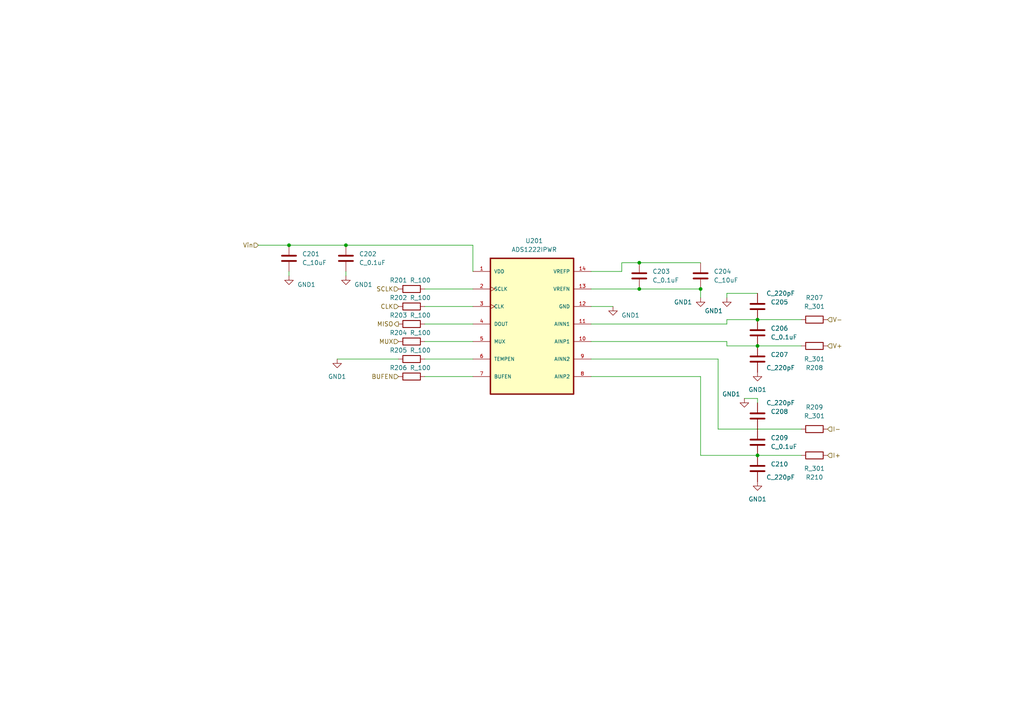
<source format=kicad_sch>
(kicad_sch (version 20211123) (generator eeschema)
  (paper "A4")
  (lib_symbols
    (symbol "ADS1222IPWR:ADS1222IPWR" (pin_names (offset 1.016))
      (property "Reference" "U?" (at 0 27.94 0))
      (property "Value" "ADS1222IPWR" (at 0 25.4 0))
      (symbol "ADS1222IPWR_0_0"
        (rectangle (start -12.7 22.86) (end 11.43 -16.51) (stroke (width 0.41)) (fill (type background)))
        (pin power_in line (at -17.78 19.05 0) (length 5.08) (name "VDD") (number "1"))
        (pin input line (at 16.51 -1.27 180) (length 5.08) (name "AINP1") (number "10"))
        (pin input line (at 16.51 3.81 180) (length 5.08) (name "AINN1") (number "11"))
        (pin power_in line (at 16.51 8.89 180) (length 5.08) (name "GND") (number "12"))
        (pin input line (at 16.51 13.97 180) (length 5.08) (name "VREFN") (number "13"))
        (pin input line (at 16.51 19.05 180) (length 5.08) (name "VREFP") (number "14"))
        (pin input clock (at -17.78 13.97 0) (length 5.08) (name "SCLK") (number "2"))
        (pin input clock (at -17.78 8.89 0) (length 5.08) (name "CLK") (number "3"))
        (pin output line (at -17.78 3.81 0) (length 5.08) (name "DOUT") (number "4"))
        (pin input line (at -17.78 -1.27 0) (length 5.08) (name "MUX") (number "5"))
        (pin input line (at -17.78 -6.35 0) (length 5.08) (name "TEMPEN") (number "6"))
        (pin bidirectional line (at -17.78 -11.43 0) (length 5.08) (name "BUFEN") (number "7"))
        (pin input line (at 16.51 -11.43 180) (length 5.08) (name "AINP2") (number "8"))
        (pin input line (at 16.51 -6.35 180) (length 5.08) (name "AINN2") (number "9"))
      )
    )
    (symbol "Device:R" (pin_numbers hide) (pin_names (offset 0))
      (property "Reference" "R" (at 2.032 0 90))
      (property "Value" "R" (at 0 0 90))
      (symbol "R_0_1"
        (rectangle (start -1.016 -2.54) (end 1.016 2.54) (stroke (width 0.254)))
      )
      (symbol "R_1_1"
        (pin passive line (at 0 3.81 270) (length 1.27) (name "~") (number "1"))
        (pin passive line (at 0 -3.81 90) (length 1.27) (name "~") (number "2"))
      )
    )
    (symbol "formula:C_0.1uF" (pin_numbers hide) (pin_names (offset 0.254))
      (property "Reference" "C" (at 0.635 2.54 0))
      (property "Value" "C_0.1uF" (at 0.635 -2.54 0))
      (symbol "C_0.1uF_0_1"
        (polyline (pts (xy -2.032 -0.762) (xy 2.032 -0.762)) (stroke (width 0.508)))
        (polyline (pts (xy -2.032 0.762) (xy 2.032 0.762)) (stroke (width 0.508)))
      )
      (symbol "C_0.1uF_1_1"
        (pin passive line (at 0 3.81 270) (length 2.794) (name "~") (number "1"))
        (pin passive line (at 0 -3.81 90) (length 2.794) (name "~") (number "2"))
      )
    )
    (symbol "formula:C_10uF" (pin_numbers hide) (pin_names (offset 0.254))
      (property "Reference" "C" (at 0.635 3.81 0))
      (property "Value" "C_10uF" (at 0.635 -1.27 0))
      (symbol "C_10uF_0_1"
        (polyline (pts (xy -2.032 0.508) (xy 2.032 0.508)) (stroke (width 0.508)))
        (polyline (pts (xy -2.032 2.032) (xy 2.032 2.032)) (stroke (width 0.508)))
      )
      (symbol "C_10uF_1_1"
        (pin passive line (at 0 5.08 270) (length 2.794) (name "~") (number "1"))
        (pin passive line (at 0 -2.54 90) (length 2.794) (name "~") (number "2"))
      )
    )
    (symbol "formula:R_100" (pin_numbers hide) (pin_names (offset 0))
      (property "Reference" "R" (at 2.032 0 90))
      (property "Value" "R_100" (at -2.54 0 90))
      (symbol "R_100_0_1"
        (rectangle (start -1.016 -2.54) (end 1.016 2.54) (stroke (width 0.254)))
      )
      (symbol "R_100_1_1"
        (pin passive line (at 0 3.81 270) (length 1.27) (name "~") (number "1"))
        (pin passive line (at 0 -3.81 90) (length 1.27) (name "~") (number "2"))
      )
    )
    (symbol "power:GND1" (power) (pin_names (offset 0))
      (property "Value" "GND1" (at 0 -3.81 0))
      (symbol "GND1_0_1"
        (polyline (pts (xy 0 0) (xy 0 -1.27) (xy 1.27 -1.27) (xy 0 -2.54) (xy -1.27 -1.27) (xy 0 -1.27)))
      )
      (symbol "GND1_1_1"
        (pin power_in line (at 0 0 270) (length 0) hide (name "GND1") (number "1"))
      )
    )
  )
  (junction (at 219.71 92.71))
  (junction (at 185.42 83.82))
  (junction (at 185.42 76.2))
  (junction (at 219.71 100.33))
  (junction (at 219.71 132.08))
  (junction (at 203.2 83.82))
  (junction (at 100.33 71.12))
  (junction (at 83.82 71.12))
  (wire (pts (xy 180.34 78.74) (xy 180.34 76.2)))
  (wire (pts (xy 203.2 83.82) (xy 203.2 86.36)))
  (wire (pts (xy 185.42 83.82) (xy 203.2 83.82)))
  (wire (pts (xy 210.82 99.06) (xy 210.82 100.33)))
  (wire (pts (xy 137.16 78.74) (xy 137.16 71.12)))
  (wire (pts (xy 137.16 71.12) (xy 100.33 71.12)))
  (wire (pts (xy 210.82 85.09) (xy 219.71 85.09)))
  (wire (pts (xy 123.19 109.22) (xy 137.16 109.22)))
  (wire (pts (xy 74.93 71.12) (xy 83.82 71.12)))
  (wire (pts (xy 185.42 76.2) (xy 203.2 76.2)))
  (wire (pts (xy 208.28 124.46) (xy 232.41 124.46)))
  (wire (pts (xy 171.45 83.82) (xy 185.42 83.82)))
  (wire (pts (xy 83.82 71.12) (xy 100.33 71.12)))
  (wire (pts (xy 180.34 76.2) (xy 185.42 76.2)))
  (wire (pts (xy 123.19 88.9) (xy 137.16 88.9)))
  (wire (pts (xy 100.33 78.74) (xy 100.33 80.01)))
  (wire (pts (xy 215.9 115.57) (xy 219.71 115.57)))
  (wire (pts (xy 123.19 93.98) (xy 137.16 93.98)))
  (wire (pts (xy 210.82 86.36) (xy 210.82 85.09)))
  (wire (pts (xy 208.28 104.14) (xy 208.28 124.46)))
  (wire (pts (xy 123.19 104.14) (xy 137.16 104.14)))
  (wire (pts (xy 203.2 109.22) (xy 203.2 132.08)))
  (wire (pts (xy 123.19 83.82) (xy 137.16 83.82)))
  (wire (pts (xy 203.2 132.08) (xy 219.71 132.08)))
  (wire (pts (xy 219.71 100.33) (xy 232.41 100.33)))
  (wire (pts (xy 171.45 109.22) (xy 203.2 109.22)))
  (wire (pts (xy 219.71 115.57) (xy 219.71 116.84)))
  (wire (pts (xy 83.82 78.74) (xy 83.82 80.01)))
  (wire (pts (xy 171.45 88.9) (xy 177.8 88.9)))
  (wire (pts (xy 171.45 93.98) (xy 210.82 93.98)))
  (wire (pts (xy 123.19 99.06) (xy 137.16 99.06)))
  (wire (pts (xy 219.71 92.71) (xy 232.41 92.71)))
  (wire (pts (xy 171.45 99.06) (xy 210.82 99.06)))
  (wire (pts (xy 171.45 78.74) (xy 180.34 78.74)))
  (wire (pts (xy 210.82 93.98) (xy 210.82 92.71)))
  (wire (pts (xy 210.82 100.33) (xy 219.71 100.33)))
  (wire (pts (xy 97.79 104.14) (xy 115.57 104.14)))
  (wire (pts (xy 171.45 104.14) (xy 208.28 104.14)))
  (wire (pts (xy 219.71 132.08) (xy 232.41 132.08)))
  (wire (pts (xy 210.82 92.71) (xy 219.71 92.71)))
  (hierarchical_label "SCLK" (shape input) (at 115.57 83.82 180))
  (hierarchical_label "MUX" (shape input) (at 115.57 99.06 180))
  (hierarchical_label "Vin" (shape input) (at 74.93 71.12 180))
  (hierarchical_label "I+" (shape input) (at 240.03 132.08 0))
  (hierarchical_label "MISO" (shape output) (at 115.57 93.98 180))
  (hierarchical_label "V+" (shape input) (at 240.03 100.33 0))
  (hierarchical_label "I-" (shape input) (at 240.03 124.46 0))
  (hierarchical_label "V-" (shape input) (at 240.03 92.71 0))
  (hierarchical_label "CLK" (shape input) (at 115.57 88.9 180))
  (hierarchical_label "BUFEN" (shape input) (at 115.57 109.22 180))
  (symbol (lib_id "formula:C_0.1uF") (at 219.71 104.14 0) (unit 1)
    (property "Reference" "C207" (at 223.52 102.8699 0) (effects (justify left)))
    (property "Value" "C_220pF" (at 222.25 106.68 0) (effects (justify left)))
    (property "Footprint" "footprints:C_0805_OEM" (effects hide))
    (property "Datasheet" "http://datasheets.avx.com/X7RDielectric.pdf" (effects hide))
    (property "MFN" "DK" (effects hide))
    (property "MPN" "478-3352-1-ND" (effects hide))
    (property "PurchasingLink" "https://www.digikey.com/products/en?keywords=478-3352-1-ND" (effects hide))
  )
  (symbol (lib_id "Device:R") (at 236.22 100.33 90) (unit 1)
    (property "Reference" "R208" (at 236.22 106.68 90))
    (property "Value" "R_301" (at 236.22 104.14 90))
  )
  (symbol (lib_id "formula:C_0.1uF") (at 219.71 88.9 0) (unit 1)
    (property "Reference" "C205" (at 223.52 87.6299 0) (effects (justify left)))
    (property "Value" "C_220pF" (at 222.25 85.09 0) (effects (justify left)))
    (property "Footprint" "footprints:C_0805_OEM" (effects hide))
    (property "Datasheet" "http://datasheets.avx.com/X7RDielectric.pdf" (effects hide))
    (property "MFN" "DK" (effects hide))
    (property "MPN" "478-3352-1-ND" (effects hide))
    (property "PurchasingLink" "https://www.digikey.com/products/en?keywords=478-3352-1-ND" (effects hide))
  )
  (symbol (lib_id "formula:C_10uF") (at 83.82 76.2 0) (unit 1)
    (property "Reference" "C201" (at 87.63 73.6599 0) (effects (justify left)))
    (property "Value" "C_10uF" (at 87.63 76.1999 0) (effects (justify left)))
    (property "Footprint" "footprints:C_0805_OEM" (effects hide))
    (property "Datasheet" "http://www.samsungsem.com/kr/support/product-search/mlcc/__icsFiles/afieldfile/2018/06/20/CL21A106KPFNNNE.pdf" (effects hide))
    (property "MFN" "DK" (effects hide))
    (property "MPN" "1276-1052-1-ND" (effects hide))
    (property "PurchasingLink" "https://www.digikey.com/product-detail/en/samsung-electro-mechanics/CL21A106KPFNNNE/1276-1052-1-ND/3889138" (effects hide))
  )
  (symbol (lib_id "power:GND1") (at 203.2 86.36 0) (unit 1)
    (property "Reference" "#PWR?" (effects hide))
    (property "Value" "GND1" (at 198.12 87.63 0))
  )
  (symbol (lib_id "power:GND1") (at 97.79 104.14 0) (unit 1)
    (property "Reference" "#PWR?" (effects hide))
    (property "Value" "GND1" (at 97.79 109.22 0))
  )
  (symbol (lib_id "formula:C_0.1uF") (at 185.42 80.01 0) (unit 1)
    (property "Reference" "C203" (at 189.23 78.7399 0) (effects (justify left)))
    (property "Value" "C_0.1uF" (at 189.23 81.2799 0) (effects (justify left)))
    (property "Footprint" "footprints:C_0805_OEM" (effects hide))
    (property "Datasheet" "http://datasheets.avx.com/X7RDielectric.pdf" (effects hide))
    (property "MFN" "DK" (effects hide))
    (property "MPN" "478-3352-1-ND" (effects hide))
    (property "PurchasingLink" "https://www.digikey.com/products/en?keywords=478-3352-1-ND" (effects hide))
  )
  (symbol (lib_id "formula:R_100") (at 119.38 83.82 90) (unit 1)
    (property "Reference" "R201" (at 115.57 81.28 90))
    (property "Value" "R_100" (at 121.92 81.28 90))
    (property "Footprint" "footprints:R_0805_OEM" (effects hide))
    (property "Datasheet" "https://www.seielect.com/Catalog/SEI-rncp.pdf" (effects hide))
    (property "MFN" "DK" (effects hide))
    (property "MPN" "RNCP0805FTD100RCT-ND" (effects hide))
    (property "PurchasingLink" "https://www.digikey.com/products/en?keywords=RNCP0805FTD100RCT-ND" (effects hide))
  )
  (symbol (lib_id "formula:C_0.1uF") (at 219.71 96.52 0) (unit 1)
    (property "Reference" "C206" (at 223.52 95.2499 0) (effects (justify left)))
    (property "Value" "C_0.1uF" (at 223.52 97.7899 0) (effects (justify left)))
    (property "Footprint" "footprints:C_0805_OEM" (effects hide))
    (property "Datasheet" "http://datasheets.avx.com/X7RDielectric.pdf" (effects hide))
    (property "MFN" "DK" (effects hide))
    (property "MPN" "478-3352-1-ND" (effects hide))
    (property "PurchasingLink" "https://www.digikey.com/products/en?keywords=478-3352-1-ND" (effects hide))
  )
  (symbol (lib_id "power:GND1") (at 177.8 88.9 0) (unit 1)
    (property "Reference" "#PWR?" (effects hide))
    (property "Value" "GND1" (at 182.88 91.44 0))
  )
  (symbol (lib_id "formula:C_0.1uF") (at 219.71 120.65 0) (unit 1)
    (property "Reference" "C208" (at 223.52 119.3799 0) (effects (justify left)))
    (property "Value" "C_220pF" (at 222.25 116.84 0) (effects (justify left)))
    (property "Footprint" "footprints:C_0805_OEM" (effects hide))
    (property "Datasheet" "http://datasheets.avx.com/X7RDielectric.pdf" (effects hide))
    (property "MFN" "DK" (effects hide))
    (property "MPN" "478-3352-1-ND" (effects hide))
    (property "PurchasingLink" "https://www.digikey.com/products/en?keywords=478-3352-1-ND" (effects hide))
  )
  (symbol (lib_id "power:GND1") (at 100.33 80.01 0) (unit 1)
    (property "Reference" "#PWR?" (effects hide))
    (property "Value" "GND1" (at 105.41 82.55 0))
  )
  (symbol (lib_id "ADS1222IPWR:ADS1222IPWR") (at 154.94 97.79 0) (unit 1)
    (property "Reference" "U201" (at 154.94 69.85 0))
    (property "Value" "ADS1222IPWR" (at 154.94 72.39 0))
    (property "Footprint" "SOP65P640X120-14N" (effects hide))
    (property "Manufacturer" "Texas Instruments" (effects hide))
    (property "Package" "SOP65P640X120-14N" (effects hide))
  )
  (symbol (lib_id "formula:C_0.1uF") (at 219.71 128.27 0) (unit 1)
    (property "Reference" "C209" (at 223.52 126.9999 0) (effects (justify left)))
    (property "Value" "C_0.1uF" (at 223.52 129.5399 0) (effects (justify left)))
    (property "Footprint" "footprints:C_0805_OEM" (effects hide))
    (property "Datasheet" "http://datasheets.avx.com/X7RDielectric.pdf" (effects hide))
    (property "MFN" "DK" (effects hide))
    (property "MPN" "478-3352-1-ND" (effects hide))
    (property "PurchasingLink" "https://www.digikey.com/products/en?keywords=478-3352-1-ND" (effects hide))
  )
  (symbol (lib_id "formula:R_100") (at 119.38 88.9 90) (unit 1)
    (property "Reference" "R202" (at 115.57 86.36 90))
    (property "Value" "R_100" (at 121.92 86.36 90))
    (property "Footprint" "footprints:R_0805_OEM" (effects hide))
    (property "Datasheet" "https://www.seielect.com/Catalog/SEI-rncp.pdf" (effects hide))
    (property "MFN" "DK" (effects hide))
    (property "MPN" "RNCP0805FTD100RCT-ND" (effects hide))
    (property "PurchasingLink" "https://www.digikey.com/products/en?keywords=RNCP0805FTD100RCT-ND" (effects hide))
  )
  (symbol (lib_id "formula:R_100") (at 119.38 93.98 90) (unit 1)
    (property "Reference" "R203" (at 115.57 91.44 90))
    (property "Value" "R_100" (at 121.92 91.44 90))
    (property "Footprint" "footprints:R_0805_OEM" (effects hide))
    (property "Datasheet" "https://www.seielect.com/Catalog/SEI-rncp.pdf" (effects hide))
    (property "MFN" "DK" (effects hide))
    (property "MPN" "RNCP0805FTD100RCT-ND" (effects hide))
    (property "PurchasingLink" "https://www.digikey.com/products/en?keywords=RNCP0805FTD100RCT-ND" (effects hide))
  )
  (symbol (lib_id "Device:R") (at 236.22 92.71 270) (unit 1)
    (property "Reference" "R207" (at 236.22 86.36 90))
    (property "Value" "R_301" (at 236.22 88.9 90))
  )
  (symbol (lib_id "power:GND1") (at 83.82 80.01 0) (unit 1)
    (property "Reference" "#PWR?" (effects hide))
    (property "Value" "GND1" (at 88.9 82.55 0))
  )
  (symbol (lib_id "Device:R") (at 236.22 132.08 90) (unit 1)
    (property "Reference" "R210" (at 236.22 138.43 90))
    (property "Value" "R_301" (at 236.22 135.89 90))
  )
  (symbol (lib_id "formula:R_100") (at 119.38 104.14 90) (unit 1)
    (property "Reference" "R205" (at 115.57 101.6 90))
    (property "Value" "R_100" (at 121.92 101.6 90))
    (property "Footprint" "footprints:R_0805_OEM" (effects hide))
    (property "Datasheet" "https://www.seielect.com/Catalog/SEI-rncp.pdf" (effects hide))
    (property "MFN" "DK" (effects hide))
    (property "MPN" "RNCP0805FTD100RCT-ND" (effects hide))
    (property "PurchasingLink" "https://www.digikey.com/products/en?keywords=RNCP0805FTD100RCT-ND" (effects hide))
  )
  (symbol (lib_id "power:GND1") (at 219.71 139.7 0) (unit 1)
    (property "Reference" "#PWR?" (effects hide))
    (property "Value" "GND1" (at 219.71 144.78 0))
  )
  (symbol (lib_id "power:GND1") (at 210.82 86.36 0) (unit 1)
    (property "Reference" "#PWR?" (effects hide))
    (property "Value" "GND1" (at 207.01 90.17 0))
  )
  (symbol (lib_id "Device:R") (at 236.22 124.46 270) (unit 1)
    (property "Reference" "R209" (at 236.22 118.11 90))
    (property "Value" "R_301" (at 236.22 120.65 90))
  )
  (symbol (lib_id "power:GND1") (at 215.9 115.57 0) (unit 1)
    (property "Reference" "#PWR?" (effects hide))
    (property "Value" "GND1" (at 212.09 114.3 0))
  )
  (symbol (lib_id "formula:C_0.1uF") (at 219.71 135.89 0) (unit 1)
    (property "Reference" "C210" (at 223.52 134.6199 0) (effects (justify left)))
    (property "Value" "C_220pF" (at 222.25 138.43 0) (effects (justify left)))
    (property "Footprint" "footprints:C_0805_OEM" (effects hide))
    (property "Datasheet" "http://datasheets.avx.com/X7RDielectric.pdf" (effects hide))
    (property "MFN" "DK" (effects hide))
    (property "MPN" "478-3352-1-ND" (effects hide))
    (property "PurchasingLink" "https://www.digikey.com/products/en?keywords=478-3352-1-ND" (effects hide))
  )
  (symbol (lib_id "power:GND1") (at 219.71 107.95 0) (unit 1)
    (property "Reference" "#PWR?" (effects hide))
    (property "Value" "GND1" (at 219.71 113.03 0))
  )
  (symbol (lib_id "formula:R_100") (at 119.38 109.22 90) (unit 1)
    (property "Reference" "R206" (at 115.57 106.68 90))
    (property "Value" "R_100" (at 121.92 106.68 90))
    (property "Footprint" "footprints:R_0805_OEM" (effects hide))
    (property "Datasheet" "https://www.seielect.com/Catalog/SEI-rncp.pdf" (effects hide))
    (property "MFN" "DK" (effects hide))
    (property "MPN" "RNCP0805FTD100RCT-ND" (effects hide))
    (property "PurchasingLink" "https://www.digikey.com/products/en?keywords=RNCP0805FTD100RCT-ND" (effects hide))
  )
  (symbol (lib_id "formula:C_0.1uF") (at 100.33 74.93 0) (unit 1)
    (property "Reference" "C202" (at 104.14 73.6599 0) (effects (justify left)))
    (property "Value" "C_0.1uF" (at 104.14 76.1999 0) (effects (justify left)))
    (property "Footprint" "footprints:C_0805_OEM" (effects hide))
    (property "Datasheet" "http://datasheets.avx.com/X7RDielectric.pdf" (effects hide))
    (property "MFN" "DK" (effects hide))
    (property "MPN" "478-3352-1-ND" (effects hide))
    (property "PurchasingLink" "https://www.digikey.com/products/en?keywords=478-3352-1-ND" (effects hide))
  )
  (symbol (lib_id "formula:R_100") (at 119.38 99.06 90) (unit 1)
    (property "Reference" "R204" (at 115.57 96.52 90))
    (property "Value" "R_100" (at 121.92 96.52 90))
    (property "Footprint" "footprints:R_0805_OEM" (effects hide))
    (property "Datasheet" "https://www.seielect.com/Catalog/SEI-rncp.pdf" (effects hide))
    (property "MFN" "DK" (effects hide))
    (property "MPN" "RNCP0805FTD100RCT-ND" (effects hide))
    (property "PurchasingLink" "https://www.digikey.com/products/en?keywords=RNCP0805FTD100RCT-ND" (effects hide))
  )
  (symbol (lib_id "formula:C_10uF") (at 203.2 81.28 0) (unit 1)
    (property "Reference" "C204" (at 207.01 78.7399 0) (effects (justify left)))
    (property "Value" "C_10uF" (at 207.01 81.2799 0) (effects (justify left)))
    (property "Footprint" "footprints:C_0805_OEM" (effects hide))
    (property "Datasheet" "http://www.samsungsem.com/kr/support/product-search/mlcc/__icsFiles/afieldfile/2018/06/20/CL21A106KPFNNNE.pdf" (effects hide))
    (property "MFN" "DK" (effects hide))
    (property "MPN" "1276-1052-1-ND" (effects hide))
    (property "PurchasingLink" "https://www.digikey.com/product-detail/en/samsung-electro-mechanics/CL21A106KPFNNNE/1276-1052-1-ND/3889138" (effects hide))
  )
)
</source>
